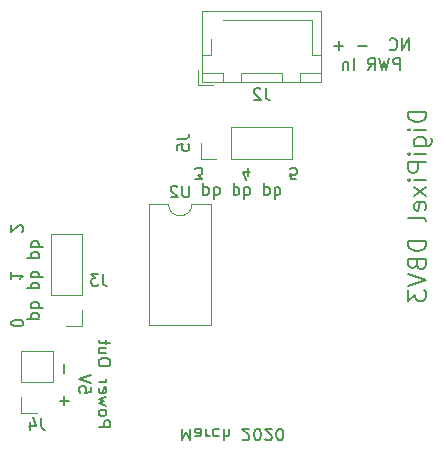
<source format=gbr>
G04 #@! TF.GenerationSoftware,KiCad,Pcbnew,(5.1.5)-3*
G04 #@! TF.CreationDate,2020-03-07T17:44:20+00:00*
G04 #@! TF.ProjectId,DigiSpark v3,44696769-5370-4617-926b-2076332e6b69,rev?*
G04 #@! TF.SameCoordinates,PX291b638PY79240f8*
G04 #@! TF.FileFunction,Legend,Bot*
G04 #@! TF.FilePolarity,Positive*
%FSLAX46Y46*%
G04 Gerber Fmt 4.6, Leading zero omitted, Abs format (unit mm)*
G04 Created by KiCad (PCBNEW (5.1.5)-3) date 2020-03-07 17:44:20*
%MOMM*%
%LPD*%
G04 APERTURE LIST*
%ADD10C,0.150000*%
%ADD11C,0.120000*%
G04 APERTURE END LIST*
D10*
X21646095Y3728981D02*
X21646095Y2728981D01*
X21979428Y3443267D01*
X22312761Y2728981D01*
X22312761Y3728981D01*
X23217523Y3728981D02*
X23217523Y3205172D01*
X23169904Y3109934D01*
X23074666Y3062315D01*
X22884190Y3062315D01*
X22788952Y3109934D01*
X23217523Y3681362D02*
X23122285Y3728981D01*
X22884190Y3728981D01*
X22788952Y3681362D01*
X22741333Y3586124D01*
X22741333Y3490886D01*
X22788952Y3395648D01*
X22884190Y3348029D01*
X23122285Y3348029D01*
X23217523Y3300410D01*
X23693714Y3728981D02*
X23693714Y3062315D01*
X23693714Y3252791D02*
X23741333Y3157553D01*
X23788952Y3109934D01*
X23884190Y3062315D01*
X23979428Y3062315D01*
X24741333Y3681362D02*
X24646095Y3728981D01*
X24455619Y3728981D01*
X24360380Y3681362D01*
X24312761Y3633743D01*
X24265142Y3538505D01*
X24265142Y3252791D01*
X24312761Y3157553D01*
X24360380Y3109934D01*
X24455619Y3062315D01*
X24646095Y3062315D01*
X24741333Y3109934D01*
X25169904Y3728981D02*
X25169904Y2728981D01*
X25598476Y3728981D02*
X25598476Y3205172D01*
X25550857Y3109934D01*
X25455619Y3062315D01*
X25312761Y3062315D01*
X25217523Y3109934D01*
X25169904Y3157553D01*
X26788952Y2824220D02*
X26836571Y2776600D01*
X26931809Y2728981D01*
X27169904Y2728981D01*
X27265142Y2776600D01*
X27312761Y2824220D01*
X27360380Y2919458D01*
X27360380Y3014696D01*
X27312761Y3157553D01*
X26741333Y3728981D01*
X27360380Y3728981D01*
X27979428Y2728981D02*
X28074666Y2728981D01*
X28169904Y2776600D01*
X28217523Y2824220D01*
X28265142Y2919458D01*
X28312761Y3109934D01*
X28312761Y3348029D01*
X28265142Y3538505D01*
X28217523Y3633743D01*
X28169904Y3681362D01*
X28074666Y3728981D01*
X27979428Y3728981D01*
X27884190Y3681362D01*
X27836571Y3633743D01*
X27788952Y3538505D01*
X27741333Y3348029D01*
X27741333Y3109934D01*
X27788952Y2919458D01*
X27836571Y2824220D01*
X27884190Y2776600D01*
X27979428Y2728981D01*
X28693714Y2824220D02*
X28741333Y2776600D01*
X28836571Y2728981D01*
X29074666Y2728981D01*
X29169904Y2776600D01*
X29217523Y2824220D01*
X29265142Y2919458D01*
X29265142Y3014696D01*
X29217523Y3157553D01*
X28646095Y3728981D01*
X29265142Y3728981D01*
X29884190Y2728981D02*
X29979428Y2728981D01*
X30074666Y2776600D01*
X30122285Y2824220D01*
X30169904Y2919458D01*
X30217523Y3109934D01*
X30217523Y3348029D01*
X30169904Y3538505D01*
X30122285Y3633743D01*
X30074666Y3681362D01*
X29979428Y3728981D01*
X29884190Y3728981D01*
X29788952Y3681362D01*
X29741333Y3633743D01*
X29693714Y3538505D01*
X29646095Y3348029D01*
X29646095Y3109934D01*
X29693714Y2919458D01*
X29741333Y2824220D01*
X29788952Y2776600D01*
X29884190Y2728981D01*
X40860266Y35754820D02*
X40860266Y36754820D01*
X40288838Y35754820D01*
X40288838Y36754820D01*
X39241219Y35850058D02*
X39288838Y35802439D01*
X39431695Y35754820D01*
X39526933Y35754820D01*
X39669790Y35802439D01*
X39765028Y35897677D01*
X39812647Y35992915D01*
X39860266Y36183391D01*
X39860266Y36326248D01*
X39812647Y36516724D01*
X39765028Y36611962D01*
X39669790Y36707200D01*
X39526933Y36754820D01*
X39431695Y36754820D01*
X39288838Y36707200D01*
X39241219Y36659581D01*
X37288838Y36135772D02*
X36526933Y36135772D01*
X35288838Y36135772D02*
X34526933Y36135772D01*
X34907885Y35754820D02*
X34907885Y36516724D01*
X40098361Y34104820D02*
X40098361Y35104820D01*
X39717409Y35104820D01*
X39622171Y35057200D01*
X39574552Y35009581D01*
X39526933Y34914343D01*
X39526933Y34771486D01*
X39574552Y34676248D01*
X39622171Y34628629D01*
X39717409Y34581010D01*
X40098361Y34581010D01*
X39193600Y35104820D02*
X38955504Y34104820D01*
X38765028Y34819105D01*
X38574552Y34104820D01*
X38336457Y35104820D01*
X37384076Y34104820D02*
X37717409Y34581010D01*
X37955504Y34104820D02*
X37955504Y35104820D01*
X37574552Y35104820D01*
X37479314Y35057200D01*
X37431695Y35009581D01*
X37384076Y34914343D01*
X37384076Y34771486D01*
X37431695Y34676248D01*
X37479314Y34628629D01*
X37574552Y34581010D01*
X37955504Y34581010D01*
X36193600Y34104820D02*
X36193600Y35104820D01*
X35717409Y34771486D02*
X35717409Y34104820D01*
X35717409Y34676248D02*
X35669790Y34723867D01*
X35574552Y34771486D01*
X35431695Y34771486D01*
X35336457Y34723867D01*
X35288838Y34628629D01*
X35288838Y34104820D01*
X23457304Y23497115D02*
X23457304Y24497115D01*
X23457304Y23544734D02*
X23552542Y23497115D01*
X23743019Y23497115D01*
X23838257Y23544734D01*
X23885876Y23592353D01*
X23933495Y23687591D01*
X23933495Y23973305D01*
X23885876Y24068543D01*
X23838257Y24116162D01*
X23743019Y24163781D01*
X23552542Y24163781D01*
X23457304Y24116162D01*
X24362066Y24163781D02*
X24362066Y23163781D01*
X24362066Y23544734D02*
X24457304Y23497115D01*
X24647780Y23497115D01*
X24743019Y23544734D01*
X24790638Y23592353D01*
X24838257Y23687591D01*
X24838257Y23973305D01*
X24790638Y24068543D01*
X24743019Y24116162D01*
X24647780Y24163781D01*
X24457304Y24163781D01*
X24362066Y24116162D01*
X26028733Y23497115D02*
X26028733Y24497115D01*
X26028733Y23544734D02*
X26123971Y23497115D01*
X26314447Y23497115D01*
X26409685Y23544734D01*
X26457304Y23592353D01*
X26504923Y23687591D01*
X26504923Y23973305D01*
X26457304Y24068543D01*
X26409685Y24116162D01*
X26314447Y24163781D01*
X26123971Y24163781D01*
X26028733Y24116162D01*
X26933495Y24163781D02*
X26933495Y23163781D01*
X26933495Y23544734D02*
X27028733Y23497115D01*
X27219209Y23497115D01*
X27314447Y23544734D01*
X27362066Y23592353D01*
X27409685Y23687591D01*
X27409685Y23973305D01*
X27362066Y24068543D01*
X27314447Y24116162D01*
X27219209Y24163781D01*
X27028733Y24163781D01*
X26933495Y24116162D01*
X28600161Y23497115D02*
X28600161Y24497115D01*
X28600161Y23544734D02*
X28695400Y23497115D01*
X28885876Y23497115D01*
X28981114Y23544734D01*
X29028733Y23592353D01*
X29076352Y23687591D01*
X29076352Y23973305D01*
X29028733Y24068543D01*
X28981114Y24116162D01*
X28885876Y24163781D01*
X28695400Y24163781D01*
X28600161Y24116162D01*
X29504923Y24163781D02*
X29504923Y23163781D01*
X29504923Y23544734D02*
X29600161Y23497115D01*
X29790638Y23497115D01*
X29885876Y23544734D01*
X29933495Y23592353D01*
X29981114Y23687591D01*
X29981114Y23973305D01*
X29933495Y24068543D01*
X29885876Y24116162D01*
X29790638Y24163781D01*
X29600161Y24163781D01*
X29504923Y24116162D01*
X22743019Y24813781D02*
X23362066Y24813781D01*
X23028733Y25194734D01*
X23171590Y25194734D01*
X23266828Y25242353D01*
X23314447Y25289972D01*
X23362066Y25385210D01*
X23362066Y25623305D01*
X23314447Y25718543D01*
X23266828Y25766162D01*
X23171590Y25813781D01*
X22885876Y25813781D01*
X22790638Y25766162D01*
X22743019Y25718543D01*
X27266828Y25147115D02*
X27266828Y25813781D01*
X27028733Y24766162D02*
X26790638Y25480448D01*
X27409685Y25480448D01*
X31314447Y24813781D02*
X30838257Y24813781D01*
X30790638Y25289972D01*
X30838257Y25242353D01*
X30933495Y25194734D01*
X31171590Y25194734D01*
X31266828Y25242353D01*
X31314447Y25289972D01*
X31362066Y25385210D01*
X31362066Y25623305D01*
X31314447Y25718543D01*
X31266828Y25766162D01*
X31171590Y25813781D01*
X30933495Y25813781D01*
X30838257Y25766162D01*
X30790638Y25718543D01*
X9522885Y13043305D02*
X8522885Y13043305D01*
X9475266Y13043305D02*
X9522885Y13138543D01*
X9522885Y13329020D01*
X9475266Y13424258D01*
X9427647Y13471877D01*
X9332409Y13519496D01*
X9046695Y13519496D01*
X8951457Y13471877D01*
X8903838Y13424258D01*
X8856219Y13329020D01*
X8856219Y13138543D01*
X8903838Y13043305D01*
X8856219Y13948067D02*
X9856219Y13948067D01*
X9475266Y13948067D02*
X9522885Y14043305D01*
X9522885Y14233781D01*
X9475266Y14329020D01*
X9427647Y14376639D01*
X9332409Y14424258D01*
X9046695Y14424258D01*
X8951457Y14376639D01*
X8903838Y14329020D01*
X8856219Y14233781D01*
X8856219Y14043305D01*
X8903838Y13948067D01*
X9522885Y15614734D02*
X8522885Y15614734D01*
X9475266Y15614734D02*
X9522885Y15709972D01*
X9522885Y15900448D01*
X9475266Y15995686D01*
X9427647Y16043305D01*
X9332409Y16090924D01*
X9046695Y16090924D01*
X8951457Y16043305D01*
X8903838Y15995686D01*
X8856219Y15900448D01*
X8856219Y15709972D01*
X8903838Y15614734D01*
X8856219Y16519496D02*
X9856219Y16519496D01*
X9475266Y16519496D02*
X9522885Y16614734D01*
X9522885Y16805210D01*
X9475266Y16900448D01*
X9427647Y16948067D01*
X9332409Y16995686D01*
X9046695Y16995686D01*
X8951457Y16948067D01*
X8903838Y16900448D01*
X8856219Y16805210D01*
X8856219Y16614734D01*
X8903838Y16519496D01*
X9522885Y18186162D02*
X8522885Y18186162D01*
X9475266Y18186162D02*
X9522885Y18281400D01*
X9522885Y18471877D01*
X9475266Y18567115D01*
X9427647Y18614734D01*
X9332409Y18662353D01*
X9046695Y18662353D01*
X8951457Y18614734D01*
X8903838Y18567115D01*
X8856219Y18471877D01*
X8856219Y18281400D01*
X8903838Y18186162D01*
X8856219Y19090924D02*
X9856219Y19090924D01*
X9475266Y19090924D02*
X9522885Y19186162D01*
X9522885Y19376639D01*
X9475266Y19471877D01*
X9427647Y19519496D01*
X9332409Y19567115D01*
X9046695Y19567115D01*
X8951457Y19519496D01*
X8903838Y19471877D01*
X8856219Y19376639D01*
X8856219Y19186162D01*
X8903838Y19090924D01*
X8206219Y12614734D02*
X8206219Y12709972D01*
X8158600Y12805210D01*
X8110980Y12852829D01*
X8015742Y12900448D01*
X7825266Y12948067D01*
X7587171Y12948067D01*
X7396695Y12900448D01*
X7301457Y12852829D01*
X7253838Y12805210D01*
X7206219Y12709972D01*
X7206219Y12614734D01*
X7253838Y12519496D01*
X7301457Y12471877D01*
X7396695Y12424258D01*
X7587171Y12376639D01*
X7825266Y12376639D01*
X8015742Y12424258D01*
X8110980Y12471877D01*
X8158600Y12519496D01*
X8206219Y12614734D01*
X7206219Y16948067D02*
X7206219Y16376639D01*
X7206219Y16662353D02*
X8206219Y16662353D01*
X8063361Y16567115D01*
X7968123Y16471877D01*
X7920504Y16376639D01*
X8110980Y20376639D02*
X8158600Y20424258D01*
X8206219Y20519496D01*
X8206219Y20757591D01*
X8158600Y20852829D01*
X8110980Y20900448D01*
X8015742Y20948067D01*
X7920504Y20948067D01*
X7777647Y20900448D01*
X7206219Y20329020D01*
X7206219Y20948067D01*
X14583419Y3848362D02*
X15583419Y3848362D01*
X15583419Y4229315D01*
X15535800Y4324553D01*
X15488180Y4372172D01*
X15392942Y4419791D01*
X15250085Y4419791D01*
X15154847Y4372172D01*
X15107228Y4324553D01*
X15059609Y4229315D01*
X15059609Y3848362D01*
X14583419Y4991220D02*
X14631038Y4895981D01*
X14678657Y4848362D01*
X14773895Y4800743D01*
X15059609Y4800743D01*
X15154847Y4848362D01*
X15202466Y4895981D01*
X15250085Y4991220D01*
X15250085Y5134077D01*
X15202466Y5229315D01*
X15154847Y5276934D01*
X15059609Y5324553D01*
X14773895Y5324553D01*
X14678657Y5276934D01*
X14631038Y5229315D01*
X14583419Y5134077D01*
X14583419Y4991220D01*
X15250085Y5657886D02*
X14583419Y5848362D01*
X15059609Y6038839D01*
X14583419Y6229315D01*
X15250085Y6419791D01*
X14631038Y7181696D02*
X14583419Y7086458D01*
X14583419Y6895981D01*
X14631038Y6800743D01*
X14726276Y6753124D01*
X15107228Y6753124D01*
X15202466Y6800743D01*
X15250085Y6895981D01*
X15250085Y7086458D01*
X15202466Y7181696D01*
X15107228Y7229315D01*
X15011990Y7229315D01*
X14916752Y6753124D01*
X14583419Y7657886D02*
X15250085Y7657886D01*
X15059609Y7657886D02*
X15154847Y7705505D01*
X15202466Y7753124D01*
X15250085Y7848362D01*
X15250085Y7943600D01*
X15583419Y9229315D02*
X15583419Y9419791D01*
X15535800Y9515029D01*
X15440561Y9610267D01*
X15250085Y9657886D01*
X14916752Y9657886D01*
X14726276Y9610267D01*
X14631038Y9515029D01*
X14583419Y9419791D01*
X14583419Y9229315D01*
X14631038Y9134077D01*
X14726276Y9038839D01*
X14916752Y8991220D01*
X15250085Y8991220D01*
X15440561Y9038839D01*
X15535800Y9134077D01*
X15583419Y9229315D01*
X15250085Y10515029D02*
X14583419Y10515029D01*
X15250085Y10086458D02*
X14726276Y10086458D01*
X14631038Y10134077D01*
X14583419Y10229315D01*
X14583419Y10372172D01*
X14631038Y10467410D01*
X14678657Y10515029D01*
X15250085Y10848362D02*
X15250085Y11229315D01*
X15583419Y10991220D02*
X14726276Y10991220D01*
X14631038Y11038839D01*
X14583419Y11134077D01*
X14583419Y11229315D01*
X13933419Y7276934D02*
X13933419Y6800743D01*
X13457228Y6753124D01*
X13504847Y6800743D01*
X13552466Y6895981D01*
X13552466Y7134077D01*
X13504847Y7229315D01*
X13457228Y7276934D01*
X13361990Y7324553D01*
X13123895Y7324553D01*
X13028657Y7276934D01*
X12981038Y7229315D01*
X12933419Y7134077D01*
X12933419Y6895981D01*
X12981038Y6800743D01*
X13028657Y6753124D01*
X13933419Y7610267D02*
X12933419Y7943600D01*
X13933419Y8276934D01*
X11664371Y5705505D02*
X11664371Y6467410D01*
X11283419Y6086458D02*
X12045323Y6086458D01*
X11664371Y8467410D02*
X11664371Y9229315D01*
X42309171Y30544886D02*
X40809171Y30544886D01*
X40809171Y30187743D01*
X40880600Y29973458D01*
X41023457Y29830600D01*
X41166314Y29759172D01*
X41452028Y29687743D01*
X41666314Y29687743D01*
X41952028Y29759172D01*
X42094885Y29830600D01*
X42237742Y29973458D01*
X42309171Y30187743D01*
X42309171Y30544886D01*
X42309171Y29044886D02*
X41309171Y29044886D01*
X40809171Y29044886D02*
X40880600Y29116315D01*
X40952028Y29044886D01*
X40880600Y28973458D01*
X40809171Y29044886D01*
X40952028Y29044886D01*
X41309171Y27687743D02*
X42523457Y27687743D01*
X42666314Y27759172D01*
X42737742Y27830600D01*
X42809171Y27973458D01*
X42809171Y28187743D01*
X42737742Y28330600D01*
X42237742Y27687743D02*
X42309171Y27830600D01*
X42309171Y28116315D01*
X42237742Y28259172D01*
X42166314Y28330600D01*
X42023457Y28402029D01*
X41594885Y28402029D01*
X41452028Y28330600D01*
X41380600Y28259172D01*
X41309171Y28116315D01*
X41309171Y27830600D01*
X41380600Y27687743D01*
X42309171Y26973458D02*
X41309171Y26973458D01*
X40809171Y26973458D02*
X40880600Y27044886D01*
X40952028Y26973458D01*
X40880600Y26902029D01*
X40809171Y26973458D01*
X40952028Y26973458D01*
X42309171Y26259172D02*
X40809171Y26259172D01*
X40809171Y25687743D01*
X40880600Y25544886D01*
X40952028Y25473458D01*
X41094885Y25402029D01*
X41309171Y25402029D01*
X41452028Y25473458D01*
X41523457Y25544886D01*
X41594885Y25687743D01*
X41594885Y26259172D01*
X42309171Y24759172D02*
X41309171Y24759172D01*
X40809171Y24759172D02*
X40880600Y24830600D01*
X40952028Y24759172D01*
X40880600Y24687743D01*
X40809171Y24759172D01*
X40952028Y24759172D01*
X42309171Y24187743D02*
X41309171Y23402029D01*
X41309171Y24187743D02*
X42309171Y23402029D01*
X42237742Y22259172D02*
X42309171Y22402029D01*
X42309171Y22687743D01*
X42237742Y22830600D01*
X42094885Y22902029D01*
X41523457Y22902029D01*
X41380600Y22830600D01*
X41309171Y22687743D01*
X41309171Y22402029D01*
X41380600Y22259172D01*
X41523457Y22187743D01*
X41666314Y22187743D01*
X41809171Y22902029D01*
X42309171Y21330600D02*
X42237742Y21473458D01*
X42094885Y21544886D01*
X40809171Y21544886D01*
X42309171Y19616315D02*
X40809171Y19616315D01*
X40809171Y19259172D01*
X40880600Y19044886D01*
X41023457Y18902029D01*
X41166314Y18830600D01*
X41452028Y18759172D01*
X41666314Y18759172D01*
X41952028Y18830600D01*
X42094885Y18902029D01*
X42237742Y19044886D01*
X42309171Y19259172D01*
X42309171Y19616315D01*
X41523457Y17616315D02*
X41594885Y17402029D01*
X41666314Y17330600D01*
X41809171Y17259172D01*
X42023457Y17259172D01*
X42166314Y17330600D01*
X42237742Y17402029D01*
X42309171Y17544886D01*
X42309171Y18116315D01*
X40809171Y18116315D01*
X40809171Y17616315D01*
X40880600Y17473458D01*
X40952028Y17402029D01*
X41094885Y17330600D01*
X41237742Y17330600D01*
X41380600Y17402029D01*
X41452028Y17473458D01*
X41523457Y17616315D01*
X41523457Y18116315D01*
X40809171Y16830600D02*
X42309171Y16330600D01*
X40809171Y15830600D01*
X40809171Y15473458D02*
X40809171Y14544886D01*
X41380600Y15044886D01*
X41380600Y14830600D01*
X41452028Y14687743D01*
X41523457Y14616315D01*
X41666314Y14544886D01*
X42023457Y14544886D01*
X42166314Y14616315D01*
X42237742Y14687743D01*
X42309171Y14830600D01*
X42309171Y15259172D01*
X42237742Y15402029D01*
X42166314Y15473458D01*
D11*
X10531800Y15036800D02*
X13191800Y15036800D01*
X10531800Y15036800D02*
X10531800Y20176800D01*
X10531800Y20176800D02*
X13191800Y20176800D01*
X13191800Y15036800D02*
X13191800Y20176800D01*
X13191800Y12436800D02*
X13191800Y13766800D01*
X11861800Y12436800D02*
X13191800Y12436800D01*
X23231800Y27914600D02*
X23231800Y26584600D01*
X23231800Y26584600D02*
X24561800Y26584600D01*
X25831800Y26584600D02*
X30971800Y26584600D01*
X30971800Y29244600D02*
X30971800Y26584600D01*
X25831800Y29244600D02*
X30971800Y29244600D01*
X25831800Y29244600D02*
X25831800Y26584600D01*
X23322600Y33100000D02*
X23322600Y39070000D01*
X23322600Y39070000D02*
X33442600Y39070000D01*
X33442600Y39070000D02*
X33442600Y33100000D01*
X33442600Y33100000D02*
X23322600Y33100000D01*
X26632600Y33110000D02*
X26632600Y33860000D01*
X26632600Y33860000D02*
X30132600Y33860000D01*
X30132600Y33860000D02*
X30132600Y33110000D01*
X30132600Y33110000D02*
X26632600Y33110000D01*
X23332600Y33110000D02*
X23332600Y33860000D01*
X23332600Y33860000D02*
X25132600Y33860000D01*
X25132600Y33860000D02*
X25132600Y33110000D01*
X25132600Y33110000D02*
X23332600Y33110000D01*
X31632600Y33110000D02*
X31632600Y33860000D01*
X31632600Y33860000D02*
X33432600Y33860000D01*
X33432600Y33860000D02*
X33432600Y33110000D01*
X33432600Y33110000D02*
X31632600Y33110000D01*
X23332600Y35360000D02*
X24082600Y35360000D01*
X24082600Y35360000D02*
X24082600Y36700000D01*
X28382600Y38310000D02*
X25142600Y38310000D01*
X33432600Y35360000D02*
X32682600Y35360000D01*
X32682600Y35360000D02*
X32682600Y38310000D01*
X32682600Y38310000D02*
X28382600Y38310000D01*
X24282600Y32810000D02*
X23032600Y32810000D01*
X23032600Y32810000D02*
X23032600Y34060000D01*
X8042600Y10270800D02*
X10702600Y10270800D01*
X8042600Y7670800D02*
X8042600Y10270800D01*
X10702600Y7670800D02*
X10702600Y10270800D01*
X8042600Y7670800D02*
X10702600Y7670800D01*
X8042600Y6400800D02*
X8042600Y5070800D01*
X8042600Y5070800D02*
X9372600Y5070800D01*
X20488400Y22742200D02*
G75*
G03X22488400Y22742200I1000000J0D01*
G01*
X22488400Y22742200D02*
X24138400Y22742200D01*
X24138400Y22742200D02*
X24138400Y12462200D01*
X24138400Y12462200D02*
X18838400Y12462200D01*
X18838400Y12462200D02*
X18838400Y22742200D01*
X18838400Y22742200D02*
X20488400Y22742200D01*
D10*
X14938333Y16829020D02*
X14938333Y16114734D01*
X14985952Y15971877D01*
X15081190Y15876639D01*
X15224047Y15829020D01*
X15319285Y15829020D01*
X14557380Y16829020D02*
X13938333Y16829020D01*
X14271666Y16448067D01*
X14128809Y16448067D01*
X14033571Y16400448D01*
X13985952Y16352829D01*
X13938333Y16257591D01*
X13938333Y16019496D01*
X13985952Y15924258D01*
X14033571Y15876639D01*
X14128809Y15829020D01*
X14414523Y15829020D01*
X14509761Y15876639D01*
X14557380Y15924258D01*
X21244180Y28247934D02*
X21958466Y28247934D01*
X22101323Y28295553D01*
X22196561Y28390791D01*
X22244180Y28533648D01*
X22244180Y28628886D01*
X21244180Y27295553D02*
X21244180Y27771743D01*
X21720371Y27819362D01*
X21672752Y27771743D01*
X21625133Y27676505D01*
X21625133Y27438410D01*
X21672752Y27343172D01*
X21720371Y27295553D01*
X21815609Y27247934D01*
X22053704Y27247934D01*
X22148942Y27295553D01*
X22196561Y27343172D01*
X22244180Y27438410D01*
X22244180Y27676505D01*
X22196561Y27771743D01*
X22148942Y27819362D01*
X28715933Y32557620D02*
X28715933Y31843334D01*
X28763552Y31700477D01*
X28858790Y31605239D01*
X29001647Y31557620D01*
X29096885Y31557620D01*
X28287361Y32462381D02*
X28239742Y32510000D01*
X28144504Y32557620D01*
X27906409Y32557620D01*
X27811171Y32510000D01*
X27763552Y32462381D01*
X27715933Y32367143D01*
X27715933Y32271905D01*
X27763552Y32129048D01*
X28334980Y31557620D01*
X27715933Y31557620D01*
X9705933Y4618420D02*
X9705933Y3904134D01*
X9753552Y3761277D01*
X9848790Y3666039D01*
X9991647Y3618420D01*
X10086885Y3618420D01*
X8801171Y4285086D02*
X8801171Y3618420D01*
X9039266Y4666039D02*
X9277361Y3951753D01*
X8658314Y3951753D01*
X22250304Y24289820D02*
X22250304Y23480296D01*
X22202685Y23385058D01*
X22155066Y23337439D01*
X22059828Y23289820D01*
X21869352Y23289820D01*
X21774114Y23337439D01*
X21726495Y23385058D01*
X21678876Y23480296D01*
X21678876Y24289820D01*
X21250304Y24194581D02*
X21202685Y24242200D01*
X21107447Y24289820D01*
X20869352Y24289820D01*
X20774114Y24242200D01*
X20726495Y24194581D01*
X20678876Y24099343D01*
X20678876Y24004105D01*
X20726495Y23861248D01*
X21297923Y23289820D01*
X20678876Y23289820D01*
M02*

</source>
